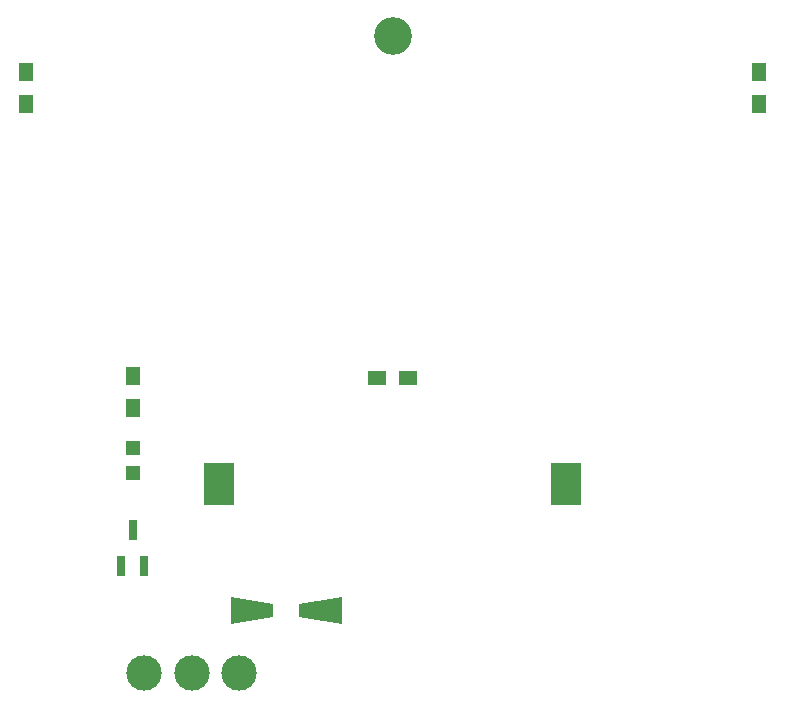
<source format=gbs>
G04 #@! TF.FileFunction,Soldermask,Bot*
%FSLAX46Y46*%
G04 Gerber Fmt 4.6, Leading zero omitted, Abs format (unit mm)*
G04 Created by KiCad (PCBNEW 4.0.3+e1-6302~38~ubuntu16.04.1-stable) date Sat Aug 27 13:07:25 2016*
%MOMM*%
%LPD*%
G01*
G04 APERTURE LIST*
%ADD10C,0.100000*%
%ADD11R,2.600000X3.600000*%
%ADD12R,1.500000X1.300000*%
%ADD13C,3.200000*%
%ADD14R,1.198880X1.198880*%
%ADD15C,3.000000*%
%ADD16R,0.800100X1.800860*%
%ADD17R,1.300000X1.500000*%
G04 APERTURE END LIST*
D10*
D11*
X177650000Y-116000000D03*
X148350000Y-116000000D03*
D12*
X164350000Y-107000000D03*
X161650000Y-107000000D03*
D13*
X163000000Y-78000000D03*
D10*
G36*
X149298460Y-127849350D02*
X149298460Y-125550650D01*
X152900180Y-126150090D01*
X152900180Y-127249910D01*
X149298460Y-127849350D01*
X149298460Y-127849350D01*
G37*
G36*
X158701540Y-125550650D02*
X158701540Y-127849350D01*
X155099820Y-127249910D01*
X155099820Y-126150090D01*
X158701540Y-125550650D01*
X158701540Y-125550650D01*
G37*
D14*
X141000000Y-112950980D03*
X141000000Y-115049020D03*
D15*
X150000000Y-132000000D03*
X146000000Y-132000000D03*
X142000000Y-132000000D03*
D16*
X141950000Y-122901140D03*
X140050000Y-122901140D03*
X141000000Y-119898860D03*
D17*
X141000000Y-106850000D03*
X141000000Y-109550000D03*
X132000000Y-83750000D03*
X132000000Y-81050000D03*
X194000000Y-83750000D03*
X194000000Y-81050000D03*
M02*

</source>
